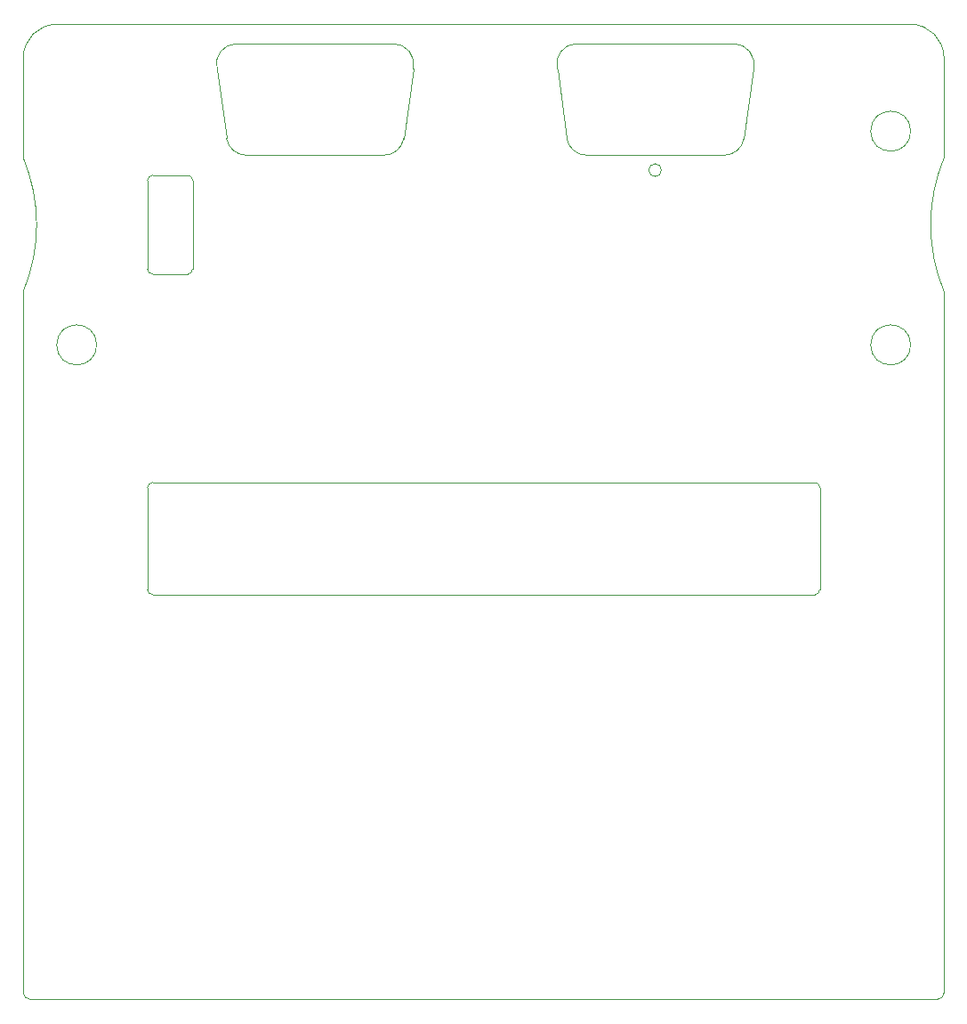
<source format=gm1>
%TF.GenerationSoftware,KiCad,Pcbnew,(5.1.8)-1*%
%TF.CreationDate,2021-04-11T21:11:18+02:00*%
%TF.ProjectId,ZX Interface 2021 FA1,5a582049-6e74-4657-9266-616365203230,rev?*%
%TF.SameCoordinates,Original*%
%TF.FileFunction,Profile,NP*%
%FSLAX46Y46*%
G04 Gerber Fmt 4.6, Leading zero omitted, Abs format (unit mm)*
G04 Created by KiCad (PCBNEW (5.1.8)-1) date 2021-04-11 21:11:18*
%MOMM*%
%LPD*%
G01*
G04 APERTURE LIST*
%TA.AperFunction,Profile*%
%ADD10C,0.040000*%
%TD*%
%TA.AperFunction,Profile*%
%ADD11C,0.050000*%
%TD*%
G04 APERTURE END LIST*
D10*
X162969500Y-60217000D02*
G75*
G03*
X162969500Y-60217000I-600000J0D01*
G01*
D11*
X186685000Y-56515000D02*
G75*
G03*
X186685000Y-56515000I-1900000J0D01*
G01*
X114554000Y-70104000D02*
G75*
G02*
X114046000Y-69596000I0J508000D01*
G01*
X118364000Y-69596000D02*
G75*
G02*
X117856000Y-70104000I-508000J0D01*
G01*
X117856000Y-60706000D02*
G75*
G02*
X118364000Y-61214000I0J-508000D01*
G01*
X114046000Y-61214000D02*
G75*
G02*
X114554000Y-60706000I508000J0D01*
G01*
X118364000Y-61214000D02*
X118364000Y-69596000D01*
X114554000Y-60706000D02*
X117856000Y-60706000D01*
X114046000Y-69596000D02*
X114046000Y-61214000D01*
X117856000Y-70104000D02*
X114554000Y-70104000D01*
X177546000Y-89916000D02*
G75*
G02*
X178054000Y-90424000I0J-508000D01*
G01*
X178054000Y-100076000D02*
G75*
G02*
X177546000Y-100584000I-508000J0D01*
G01*
X114554000Y-100584000D02*
G75*
G02*
X114046000Y-100076000I0J508000D01*
G01*
X114046000Y-90424000D02*
G75*
G02*
X114554000Y-89916000I508000J0D01*
G01*
X177546000Y-89916000D02*
X114554000Y-89916000D01*
X178054000Y-100076000D02*
X178054000Y-90424000D01*
X114554000Y-100584000D02*
X177546000Y-100584000D01*
X114046000Y-90424000D02*
X114046000Y-100076000D01*
X153069594Y-50606595D02*
G75*
G02*
X154906000Y-48195000I1836406J506595D01*
G01*
X168944000Y-58802500D02*
X155858500Y-58802500D01*
X155858500Y-58802500D02*
G75*
G02*
X153953500Y-57188723I0J1931277D01*
G01*
X169833000Y-48193387D02*
G75*
G02*
X171738000Y-50591429I0J-1955685D01*
G01*
X154906000Y-48195000D02*
X169833000Y-48193387D01*
X170823080Y-57210680D02*
G75*
G02*
X168944000Y-58802500I-1879080J313180D01*
G01*
X171738000Y-50591429D02*
X170823080Y-57210680D01*
X153953500Y-57188723D02*
X153069594Y-50606595D01*
X136559000Y-58802500D02*
X123473500Y-58802500D01*
X139353000Y-50591429D02*
X138438080Y-57210680D01*
X122521000Y-48195000D02*
X137448000Y-48193387D01*
X121568500Y-57188723D02*
X120684594Y-50606595D01*
X138438080Y-57210680D02*
G75*
G02*
X136559000Y-58802500I-1879080J313180D01*
G01*
X123473500Y-58802500D02*
G75*
G02*
X121568500Y-57188723I0J1931277D01*
G01*
X137448000Y-48193387D02*
G75*
G02*
X139353000Y-50591429I0J-1955685D01*
G01*
X120684594Y-50606595D02*
G75*
G02*
X122521000Y-48195000I1836406J506595D01*
G01*
X186685000Y-76835000D02*
G75*
G03*
X186685000Y-76835000I-1900000J0D01*
G01*
X109215000Y-76835000D02*
G75*
G03*
X109215000Y-76835000I-1900000J0D01*
G01*
X189865000Y-138430000D02*
G75*
G02*
X189230000Y-139065000I-635000J0D01*
G01*
X102870000Y-139065000D02*
G75*
G02*
X102235000Y-138430000I0J635000D01*
G01*
X186690000Y-46355000D02*
G75*
G02*
X189865000Y-49530000I0J-3175000D01*
G01*
X102235000Y-49530000D02*
G75*
G02*
X105410000Y-46355000I3175000J0D01*
G01*
X189865000Y-59055001D02*
X189865000Y-49530000D01*
X102234999Y-59054999D02*
X102235000Y-49530000D01*
X102235000Y-59054999D02*
G75*
G02*
X102235000Y-71754999I-15240000J-6350001D01*
G01*
X189865000Y-71755001D02*
G75*
G02*
X189865000Y-59055001I15240000J6350001D01*
G01*
X102235000Y-71754999D02*
X102235000Y-138430000D01*
X186690000Y-46355000D02*
X105410000Y-46355000D01*
X110363000Y-139065000D02*
X102870000Y-139065000D01*
X181737000Y-139065000D02*
X189230000Y-139065000D01*
X189865000Y-138430000D02*
X189865000Y-71755000D01*
X181737000Y-139065000D02*
X110363000Y-139065000D01*
M02*

</source>
